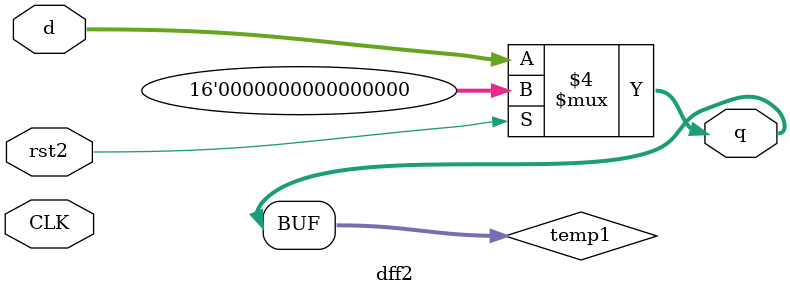
<source format=v>
`timescale 1ns / 1ps


module dff2 #(parameter N = 16) (d, CLK, q, rst2);

input [N-1:0] d;
input CLK, rst2;
output [N-1:0] q;
reg[N-1:0] temp1;
always @ (CLK) begin
//temp1[31:0] <= d;
if(rst2==1)
temp1[15:0] <= 0;
else
temp1[15:0] <= d;
//temp1[95:64]<= temp1[63:32];
  end
assign q = temp1;


endmodule
</source>
